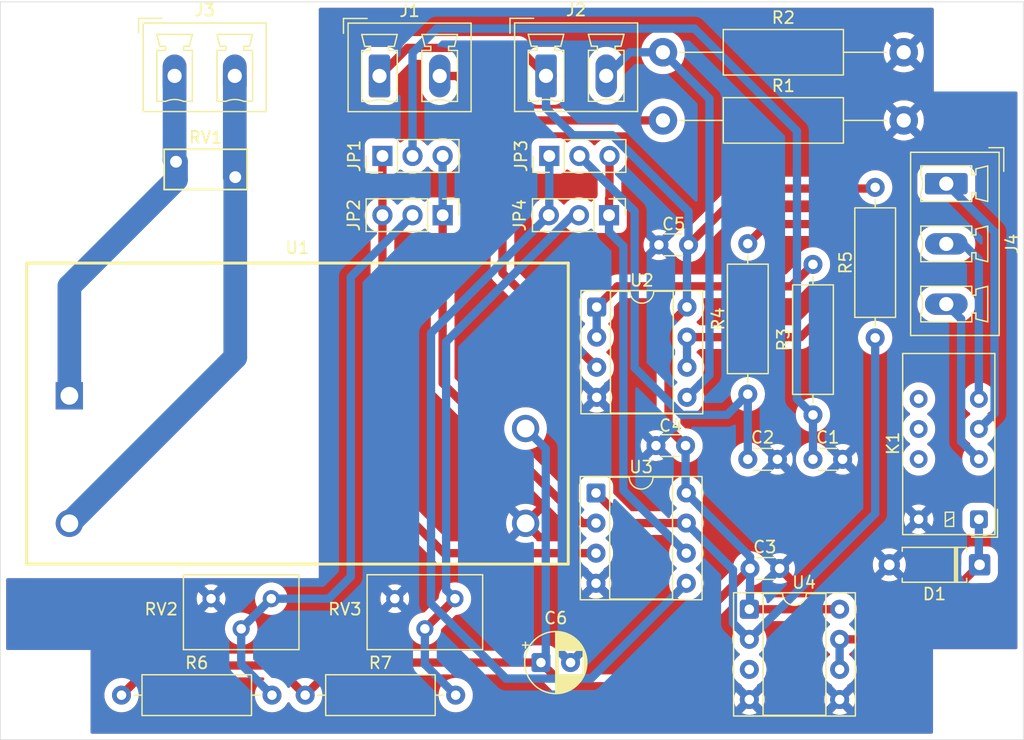
<source format=kicad_pcb>
(kicad_pcb
	(version 20241229)
	(generator "pcbnew")
	(generator_version "9.0")
	(general
		(thickness 1.6)
		(legacy_teardrops no)
	)
	(paper "A4")
	(layers
		(0 "F.Cu" mixed)
		(2 "B.Cu" mixed)
		(9 "F.Adhes" user "F.Adhesive")
		(11 "B.Adhes" user "B.Adhesive")
		(13 "F.Paste" user)
		(15 "B.Paste" user)
		(5 "F.SilkS" user "F.Silkscreen")
		(7 "B.SilkS" user "B.Silkscreen")
		(1 "F.Mask" user)
		(3 "B.Mask" user)
		(17 "Dwgs.User" user "User.Drawings")
		(19 "Cmts.User" user "User.Comments")
		(21 "Eco1.User" user "User.Eco1")
		(23 "Eco2.User" user "User.Eco2")
		(25 "Edge.Cuts" user)
		(27 "Margin" user)
		(31 "F.CrtYd" user "F.Courtyard")
		(29 "B.CrtYd" user "B.Courtyard")
		(35 "F.Fab" user)
		(33 "B.Fab" user)
		(39 "User.1" user)
		(41 "User.2" user)
		(43 "User.3" user)
		(45 "User.4" user)
		(47 "User.5" user)
		(49 "User.6" user)
		(51 "User.7" user)
		(53 "User.8" user)
		(55 "User.9" user)
	)
	(setup
		(stackup
			(layer "F.SilkS"
				(type "Top Silk Screen")
			)
			(layer "F.Paste"
				(type "Top Solder Paste")
			)
			(layer "F.Mask"
				(type "Top Solder Mask")
				(thickness 0.01)
			)
			(layer "F.Cu"
				(type "copper")
				(thickness 0.035)
			)
			(layer "dielectric 1"
				(type "core")
				(thickness 1.51)
				(material "FR4")
				(epsilon_r 4.5)
				(loss_tangent 0.02)
			)
			(layer "B.Cu"
				(type "copper")
				(thickness 0.035)
			)
			(layer "B.Mask"
				(type "Bottom Solder Mask")
				(thickness 0.01)
			)
			(layer "B.Paste"
				(type "Bottom Solder Paste")
			)
			(layer "B.SilkS"
				(type "Bottom Silk Screen")
			)
			(copper_finish "None")
			(dielectric_constraints no)
		)
		(pad_to_mask_clearance 0)
		(allow_soldermask_bridges_in_footprints no)
		(tenting front back)
		(pcbplotparams
			(layerselection 0x00000000_00000000_55555555_57555555)
			(plot_on_all_layers_selection 0x00000000_00000000_00000000_00000000)
			(disableapertmacros no)
			(usegerberextensions no)
			(usegerberattributes yes)
			(usegerberadvancedattributes yes)
			(creategerberjobfile yes)
			(dashed_line_dash_ratio 12.000000)
			(dashed_line_gap_ratio 3.000000)
			(svgprecision 4)
			(plotframeref no)
			(mode 1)
			(useauxorigin no)
			(hpglpennumber 1)
			(hpglpenspeed 20)
			(hpglpendiameter 15.000000)
			(pdf_front_fp_property_popups yes)
			(pdf_back_fp_property_popups yes)
			(pdf_metadata yes)
			(pdf_single_document no)
			(dxfpolygonmode yes)
			(dxfimperialunits yes)
			(dxfusepcbnewfont yes)
			(psnegative no)
			(psa4output no)
			(plot_black_and_white yes)
			(sketchpadsonfab no)
			(plotpadnumbers no)
			(hidednponfab no)
			(sketchdnponfab yes)
			(crossoutdnponfab yes)
			(subtractmaskfromsilk no)
			(outputformat 1)
			(mirror no)
			(drillshape 0)
			(scaleselection 1)
			(outputdirectory "MR_resistivity_transmitter_gerber/")
		)
	)
	(net 0 "")
	(net 1 "sense1_rtn")
	(net 2 "+12V")
	(net 3 "Line")
	(net 4 "Neutral")
	(net 5 "sense2_rtn")
	(net 6 "GND")
	(net 7 "unconnected-(U4-NC-Pad3)")
	(net 8 "Net-(U4-INPUT)")
	(net 9 "Net-(D1-K)")
	(net 10 "Net-(JP1-C)")
	(net 11 "Net-(JP3-C)")
	(net 12 "H2O_out_nc")
	(net 13 "H2O_out_no")
	(net 14 "H2O_in")
	(net 15 "Net-(JP1-B)")
	(net 16 "Net-(JP1-A)")
	(net 17 "Net-(JP2-C)")
	(net 18 "Net-(JP3-A)")
	(net 19 "Net-(JP3-B)")
	(net 20 "Net-(JP4-C)")
	(net 21 "Net-(U2A--)")
	(net 22 "Net-(U2B--)")
	(net 23 "unconnected-(K1-Pad10)")
	(net 24 "unconnected-(K1-Pad8)")
	(net 25 "unconnected-(K1-Pad9)")
	(footprint "Diode_THT:D_A-405_P7.62mm_Horizontal" (layer "F.Cu") (at 188.81 115 180))
	(footprint "Resistor_THT:R_Axial_DIN0411_L9.9mm_D3.6mm_P20.32mm_Horizontal" (layer "F.Cu") (at 162.09 77.5))
	(footprint "Capacitor_THT:C_Disc_D3.0mm_W1.6mm_P2.50mm" (layer "F.Cu") (at 169.44 115.31))
	(footprint "Resistor_THT:R_Axial_DIN0309_L9.0mm_D3.2mm_P12.70mm_Horizontal" (layer "F.Cu") (at 174.75 89.65 -90))
	(footprint "Capacitor_THT:C_Disc_D3.0mm_W1.6mm_P2.50mm" (layer "F.Cu") (at 164.25 88 180))
	(footprint "Connector_Phoenix_MC_HighVoltage:PhoenixContact_MCV_1,5_2-G-5.08_1x02_P5.08mm_Vertical" (layer "F.Cu") (at 120.8795 73.7425))
	(footprint "Varistor:RV_Disc_D7mm_W3.4mm_P5mm" (layer "F.Cu") (at 126 82.286 180))
	(footprint "Connector_Phoenix_MC_HighVoltage:PhoenixContact_MCV_1,5_2-G-5.08_1x02_P5.08mm_Vertical" (layer "F.Cu") (at 152.2225 73.7375))
	(footprint "EasyEDA:PWRM-TH_IRM-10-12" (layer "F.Cu") (at 131.25 106.12))
	(footprint "MountingHole:MountingHole_3.5mm" (layer "F.Cu") (at 188.75 71.25))
	(footprint "Relay_THT:Relay_DPDT_Kemet_EC2_NU" (layer "F.Cu") (at 188.75 111.16 180))
	(footprint "Resistor_THT:R_Axial_DIN0309_L9.0mm_D3.2mm_P12.70mm_Horizontal" (layer "F.Cu") (at 131.9 126))
	(footprint "Connector_PinHeader_2.54mm:PinHeader_1x03_P2.54mm_Vertical" (layer "F.Cu") (at 143.5 85.5 -90))
	(footprint "Potentiometer_THT:Potentiometer_Bourns_3299Y_Vertical" (layer "F.Cu") (at 129.04 117.86))
	(footprint "Connector_PinHeader_2.54mm:PinHeader_1x03_P2.54mm_Vertical" (layer "F.Cu") (at 157.54 85.5 -90))
	(footprint "MountingHole:MountingHole_3.5mm" (layer "F.Cu") (at 188.69 125.928))
	(footprint "Capacitor_THT:C_Disc_D3.0mm_W1.6mm_P2.50mm" (layer "F.Cu") (at 169.25 106.1))
	(footprint "Capacitor_THT:C_Disc_D3.0mm_W1.6mm_P2.50mm" (layer "F.Cu") (at 174.75 106.1))
	(footprint "Capacitor_THT:C_Disc_D3.0mm_W1.6mm_P2.50mm" (layer "F.Cu") (at 164 104.94 180))
	(footprint "Resistor_THT:R_Axial_DIN0411_L9.9mm_D3.6mm_P20.32mm_Horizontal" (layer "F.Cu") (at 162.09 71.75))
	(footprint "Package_DIP:DIP-8_W7.62mm_Socket" (layer "F.Cu") (at 156.44 108.94))
	(footprint "Resistor_THT:R_Axial_DIN0309_L9.0mm_D3.2mm_P12.70mm_Horizontal" (layer "F.Cu") (at 180 95.85 90))
	(footprint "Connector_PinHeader_2.54mm:PinHeader_1x03_P2.54mm_Vertical" (layer "F.Cu") (at 138.42 80.5 90))
	(footprint "Potentiometer_THT:Potentiometer_Bourns_3299Y_Vertical" (layer "F.Cu") (at 144.54 117.86))
	(footprint "Capacitor_THT:CP_Radial_D5.0mm_P2.50mm" (layer "F.Cu") (at 151.7949 123.25))
	(footprint "Resistor_THT:R_Axial_DIN0309_L9.0mm_D3.2mm_P12.70mm_Horizontal" (layer "F.Cu") (at 116.4 126))
	(footprint "Package_DIP:DIP-8_W7.62mm_Socket" (layer "F.Cu") (at 156.5 93.25))
	(footprint "Connector_Phoenix_MC_HighVoltage:PhoenixContact_MCV_1,5_2-G-5.08_1x02_P5.08mm_Vertical" (layer "F.Cu") (at 138.17 73.75))
	(footprint "Connector_PinHeader_2.54mm:PinHeader_1x03_P2.54mm_Vertical" (layer "F.Cu") (at 152.5 80.5 90))
	(footprint "Resistor_THT:R_Axial_DIN0309_L9.0mm_D3.2mm_P12.70mm_Horizontal" (layer "F.Cu") (at 169.25 87.9 -90))
	(footprint "Package_DIP:DIP-8_W7.62mm_Socket" (layer "F.Cu") (at 169.38 118.75))
	(footprint "MountingHole:MountingHole_3.5mm" (layer "F.Cu") (at 109.982 126))
	(footprint "MountingHole:MountingHole_3.5mm" (layer "F.Cu") (at 110 71.25))
	(footprint "Connector_Phoenix_MC_HighVoltage:PhoenixContact_MCV_1,5_3-G-5.08_1x03_P5.08mm_Vertical" (layer "F.Cu") (at 186 82.84 -90))
	(gr_line
		(start 192.5 129.75)
		(end 106.172 129.75)
		(stroke
			(width 0.05)
			(type default)
		)
		(layer "Edge.Cuts")
		(uuid "0e2662cf-8427-484b-9adc-93cdc83d827b")
	)
	(gr_line
		(start 106.172 129.75)
		(end 106.172 67.5)
		(stroke
			(width 0.05)
			(type default)
		)
		(layer "Edge.Cuts")
		(uuid "a297a4e8-409b-475b-b51d-e3a8d97960ee")
	)
	(gr_line
		(start 192.5 67.5)
		(end 192.5 129.75)
		(stroke
			(width 0.05)
			(type default)
		)
		(layer "Edge.Cuts")
		(uuid "ba0040ed-34ec-4477-b091-7b09c8231ed7")
	)
	(gr_line
		(start 106.172 67.5)
		(end 192.5 67.5)
		(stroke
			(width 0.05)
			(type default)
		)
		(layer "Edge.Cuts")
		(uuid "d73faa58-cd0f-4441-a64a-8ef1a794de5c")
	)
	(segment
		(start 148.5459 77.5942)
		(end 148.5459 90.3759)
		(width 0.7)
		(layer "F.Cu")
		(net 1)
		(uuid "4e6945c4-604b-485e-a100-792206261e05")
	)
	(segment
		(start 148.5459 77.5942)
		(end 144.7017 73.75)
		(width 0.7)
		(layer "F.C
... [286155 chars truncated]
</source>
